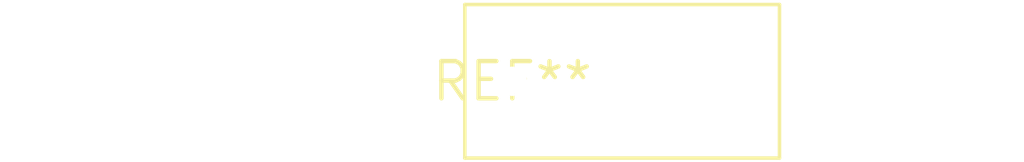
<source format=kicad_pcb>
(kicad_pcb (version 20240108) (generator pcbnew)
  (layers (0 "F.Cu" signal) (31 "B.Cu" signal) (34 "B.Paste" user) (35 "F.Paste" user) (36 "B.SilkS" user "B.Silkscreen") (37 "F.SilkS" user "F.Silkscreen") (38 "B.Mask" user) (39 "F.Mask" user) (44 "Edge.Cuts" user))
  (net 0 "")
  (footprint "C_Disc_D10.5mm_W5.0mm_P7.50mm" (layer "F.Cu") (at 0 0)
    (property "Reference" "REF**")
    (property "Value" "C_Disc_D10.5mm_W5.0mm_P7.50mm")
    (fp_line (start -1.62 -2.62) (end -1.62 2.62) (layer "F.SilkS") (stroke (width 0.12)))
    (fp_line (start -1.62 -2.62) (end 9.12 -2.62) (layer "F.SilkS") (stroke (width 0.12)))
    (fp_line (start -1.62 2.62) (end 9.12 2.62) (layer "F.SilkS") (stroke (width 0.12)))
    (fp_line (start 9.12 -2.62) (end 9.12 2.62) (layer "F.SilkS") (stroke (width 0.12)))
    (pad "1" thru_hole circle (at 0 0) (size 2 2) (drill 1) (layers *.Cu *.Mask) (remove_unused_layers))
    (pad "2" thru_hole circle (at 7.5 0) (size 2 2) (drill 1) (layers *.Cu *.Mask) (remove_unused_layers))
  )
)
</source>
